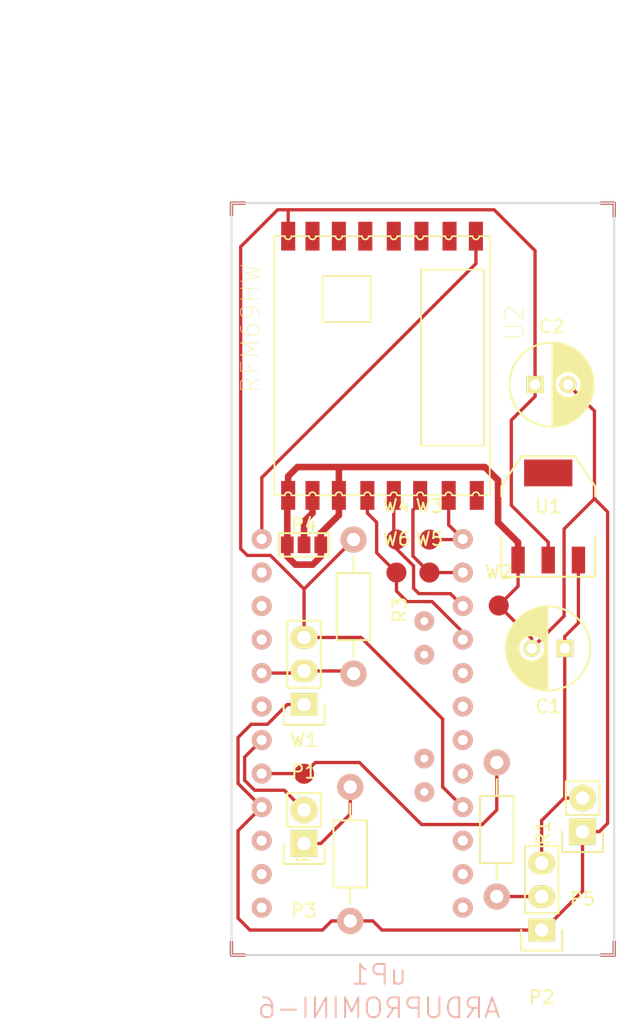
<source format=kicad_pcb>
(kicad_pcb (version 4) (host pcbnew 4.0.2-stable)

  (general
    (links 37)
    (no_connects 0)
    (area 99.924999 94.924999 129.075001 152.075001)
    (thickness 1.6)
    (drawings 6)
    (tracks 163)
    (zones 0)
    (modules 19)
    (nets 15)
  )

  (page A4)
  (layers
    (0 F.Cu signal)
    (31 B.Cu signal)
    (32 B.Adhes user)
    (33 F.Adhes user)
    (34 B.Paste user)
    (35 F.Paste user)
    (36 B.SilkS user)
    (37 F.SilkS user)
    (38 B.Mask user)
    (39 F.Mask user)
    (40 Dwgs.User user)
    (41 Cmts.User user)
    (42 Eco1.User user)
    (43 Eco2.User user)
    (44 Edge.Cuts user)
    (45 Margin user)
    (46 B.CrtYd user)
    (47 F.CrtYd user)
    (48 B.Fab user)
    (49 F.Fab user)
  )

  (setup
    (last_trace_width 0.25)
    (trace_clearance 0.2)
    (zone_clearance 0.508)
    (zone_45_only no)
    (trace_min 0.2)
    (segment_width 0.2)
    (edge_width 0.15)
    (via_size 0.6)
    (via_drill 0.4)
    (via_min_size 0.4)
    (via_min_drill 0.3)
    (uvia_size 0.3)
    (uvia_drill 0.1)
    (uvias_allowed no)
    (uvia_min_size 0.2)
    (uvia_min_drill 0.1)
    (pcb_text_width 0.3)
    (pcb_text_size 1.5 1.5)
    (mod_edge_width 0.15)
    (mod_text_size 1 1)
    (mod_text_width 0.15)
    (pad_size 1.524 1.524)
    (pad_drill 0.762)
    (pad_to_mask_clearance 0.2)
    (aux_axis_origin 0 0)
    (visible_elements FFFFFF7F)
    (pcbplotparams
      (layerselection 0x00030_80000001)
      (usegerberextensions false)
      (excludeedgelayer true)
      (linewidth 1.000000)
      (plotframeref false)
      (viasonmask false)
      (mode 1)
      (useauxorigin false)
      (hpglpennumber 1)
      (hpglpenspeed 20)
      (hpglpendiameter 15)
      (hpglpenoverlay 2)
      (psnegative false)
      (psa4output false)
      (plotreference true)
      (plotvalue true)
      (plotinvisibletext false)
      (padsonsilk false)
      (subtractmaskfromsilk false)
      (outputformat 1)
      (mirror false)
      (drillshape 1)
      (scaleselection 1)
      (outputdirectory ""))
  )

  (net 0 "")
  (net 1 GND)
  (net 2 +5V)
  (net 3 "Net-(C2-Pad1)")
  (net 4 "Net-(P1-Pad2)")
  (net 5 "Net-(P2-Pad2)")
  (net 6 "Net-(P3-Pad1)")
  (net 7 "Net-(P3-Pad2)")
  (net 8 "Net-(P4-Pad2)")
  (net 9 "Net-(R1-Pad1)")
  (net 10 "Net-(U2-PadRESE)")
  (net 11 "Net-(U2-PadSCK)")
  (net 12 "Net-(U2-PadMISO)")
  (net 13 "Net-(U2-PadMOSI)")
  (net 14 "Net-(U2-PadNSS)")

  (net_class Default "This is the default net class."
    (clearance 0.2)
    (trace_width 0.25)
    (via_dia 0.6)
    (via_drill 0.4)
    (uvia_dia 0.3)
    (uvia_drill 0.1)
    (add_net +5V)
    (add_net GND)
    (add_net "Net-(C2-Pad1)")
    (add_net "Net-(P1-Pad2)")
    (add_net "Net-(P2-Pad2)")
    (add_net "Net-(P3-Pad1)")
    (add_net "Net-(P3-Pad2)")
    (add_net "Net-(P4-Pad2)")
    (add_net "Net-(R1-Pad1)")
    (add_net "Net-(U2-PadMISO)")
    (add_net "Net-(U2-PadMOSI)")
    (add_net "Net-(U2-PadNSS)")
    (add_net "Net-(U2-PadRESE)")
    (add_net "Net-(U2-PadSCK)")
  )

  (net_class RF ""
    (clearance 0.2)
    (trace_width 0.5)
    (via_dia 0.6)
    (via_drill 0.4)
    (uvia_dia 0.3)
    (uvia_drill 0.1)
  )

  (module Resistors_ThroughHole:Resistor_Horizontal_RM10mm (layer F.Cu) (tedit 56648415) (tstamp 575FD00D)
    (at 61.1 90.2 270)
    (descr "Resistor, Axial,  RM 10mm, 1/3W")
    (tags "Resistor Axial RM 10mm 1/3W")
    (path /575FC5F1)
    (fp_text reference R1 (at 5.32892 -3.50012 270) (layer F.SilkS)
      (effects (font (size 1 1) (thickness 0.15)))
    )
    (fp_text value 470 (at 5.08 3.81 270) (layer F.Fab)
      (effects (font (size 1 1) (thickness 0.15)))
    )
    (fp_line (start -1.25 -1.5) (end 11.4 -1.5) (layer F.CrtYd) (width 0.05))
    (fp_line (start -1.25 1.5) (end -1.25 -1.5) (layer F.CrtYd) (width 0.05))
    (fp_line (start 11.4 -1.5) (end 11.4 1.5) (layer F.CrtYd) (width 0.05))
    (fp_line (start -1.25 1.5) (end 11.4 1.5) (layer F.CrtYd) (width 0.05))
    (fp_line (start 2.54 -1.27) (end 7.62 -1.27) (layer F.SilkS) (width 0.15))
    (fp_line (start 7.62 -1.27) (end 7.62 1.27) (layer F.SilkS) (width 0.15))
    (fp_line (start 7.62 1.27) (end 2.54 1.27) (layer F.SilkS) (width 0.15))
    (fp_line (start 2.54 1.27) (end 2.54 -1.27) (layer F.SilkS) (width 0.15))
    (fp_line (start 2.54 0) (end 1.27 0) (layer F.SilkS) (width 0.15))
    (fp_line (start 7.62 0) (end 8.89 0) (layer F.SilkS) (width 0.15))
    (pad 1 thru_hole circle (at 0 0 270) (size 1.99898 1.99898) (drill 1.00076) (layers *.Cu *.SilkS *.Mask)
      (net 9 "Net-(R1-Pad1)"))
    (pad 2 thru_hole circle (at 10.16 0 270) (size 1.99898 1.99898) (drill 1.00076) (layers *.Cu *.SilkS *.Mask)
      (net 5 "Net-(P2-Pad2)"))
    (model Resistors_ThroughHole.3dshapes/Resistor_Horizontal_RM10mm.wrl
      (at (xyz 0 0 0))
      (scale (xyz 0.4 0.4 0.4))
      (rotate (xyz 0 0 0))
    )
  )

  (module ArduProMiniTKB:ArduProMini-6 (layer B.Cu) (tedit 54CFF598) (tstamp 575FD055)
    (at 40.75 107.55)
    (path /575F2622)
    (fp_text reference uP1 (at 11.43 -1.27) (layer B.SilkS)
      (effects (font (size 1.5 1.5) (thickness 0.15)) (justify mirror))
    )
    (fp_text value ARDUPROMINI-6 (at 11.43 1.27) (layer B.SilkS)
      (effects (font (size 1.5 1.5) (thickness 0.15)) (justify mirror))
    )
    (pad 7 thru_hole circle (at 2.54 -6.35) (size 1.524 1.524) (drill 0.762) (layers *.Cu *.Mask B.SilkS))
    (pad 8 thru_hole circle (at 2.54 -8.89) (size 1.524 1.524) (drill 0.762) (layers *.Cu *.Mask B.SilkS))
    (pad 9 thru_hole circle (at 2.54 -11.43) (size 1.524 1.524) (drill 0.762) (layers *.Cu *.Mask B.SilkS))
    (pad 10 thru_hole circle (at 2.54 -13.97) (size 1.524 1.524) (drill 0.762) (layers *.Cu *.Mask B.SilkS)
      (net 1 GND))
    (pad 11 thru_hole circle (at 2.54 -16.51) (size 1.524 1.524) (drill 0.762) (layers *.Cu *.Mask B.SilkS)
      (net 9 "Net-(R1-Pad1)"))
    (pad 12 thru_hole circle (at 2.54 -19.05) (size 1.524 1.524) (drill 0.762) (layers *.Cu *.Mask B.SilkS)
      (net 7 "Net-(P3-Pad2)"))
    (pad 13 thru_hole circle (at 2.54 -21.59) (size 1.524 1.524) (drill 0.762) (layers *.Cu *.Mask B.SilkS))
    (pad 14 thru_hole circle (at 2.54 -24.13) (size 1.524 1.524) (drill 0.762) (layers *.Cu *.Mask B.SilkS)
      (net 4 "Net-(P1-Pad2)"))
    (pad 15 thru_hole circle (at 2.54 -26.67) (size 1.524 1.524) (drill 0.762) (layers *.Cu *.Mask B.SilkS))
    (pad 16 thru_hole circle (at 2.54 -29.21) (size 1.524 1.524) (drill 0.762) (layers *.Cu *.Mask B.SilkS))
    (pad 17 thru_hole circle (at 2.54 -31.75) (size 1.524 1.524) (drill 0.762) (layers *.Cu *.Mask B.SilkS))
    (pad 18 thru_hole circle (at 2.54 -34.29) (size 1.524 1.524) (drill 0.762) (layers *.Cu *.Mask B.SilkS)
      (net 10 "Net-(U2-PadRESE)"))
    (pad 19 thru_hole circle (at 17.78 -6.35) (size 1.524 1.524) (drill 0.762) (layers *.Cu *.Mask B.SilkS))
    (pad 20 thru_hole circle (at 17.78 -8.89) (size 1.524 1.524) (drill 0.762) (layers *.Cu *.Mask B.SilkS))
    (pad 21 thru_hole circle (at 17.78 -11.43) (size 1.524 1.524) (drill 0.762) (layers *.Cu *.Mask B.SilkS))
    (pad 22 thru_hole circle (at 17.78 -13.97) (size 1.524 1.524) (drill 0.762) (layers *.Cu *.Mask B.SilkS)
      (net 3 "Net-(C2-Pad1)"))
    (pad 23 thru_hole circle (at 17.78 -16.51) (size 1.524 1.524) (drill 0.762) (layers *.Cu *.Mask B.SilkS))
    (pad 24 thru_hole circle (at 17.78 -19.05) (size 1.524 1.524) (drill 0.762) (layers *.Cu *.Mask B.SilkS))
    (pad 25 thru_hole circle (at 17.78 -21.59) (size 1.524 1.524) (drill 0.762) (layers *.Cu *.Mask B.SilkS))
    (pad 26 thru_hole circle (at 17.78 -24.13) (size 1.524 1.524) (drill 0.762) (layers *.Cu *.Mask B.SilkS))
    (pad 27 thru_hole circle (at 17.78 -26.67) (size 1.524 1.524) (drill 0.762) (layers *.Cu *.Mask B.SilkS)
      (net 11 "Net-(U2-PadSCK)"))
    (pad 28 thru_hole circle (at 17.78 -29.21) (size 1.524 1.524) (drill 0.762) (layers *.Cu *.Mask B.SilkS)
      (net 12 "Net-(U2-PadMISO)"))
    (pad 29 thru_hole circle (at 17.78 -31.75) (size 1.524 1.524) (drill 0.762) (layers *.Cu *.Mask B.SilkS)
      (net 13 "Net-(U2-PadMOSI)"))
    (pad 30 thru_hole circle (at 17.78 -34.29) (size 1.524 1.524) (drill 0.762) (layers *.Cu *.Mask B.SilkS)
      (net 14 "Net-(U2-PadNSS)"))
    (pad 31 thru_hole circle (at 14.859 -15.113) (size 1.5 1.5) (drill 0.6) (layers *.Cu *.Mask B.SilkS))
    (pad 32 thru_hole circle (at 14.859 -17.653) (size 1.5 1.5) (drill 0.6) (layers *.Cu *.Mask B.SilkS))
    (pad 34 thru_hole circle (at 14.859 -25.527) (size 1.5 1.5) (drill 0.6) (layers *.Cu *.Mask B.SilkS))
    (pad 35 thru_hole circle (at 14.859 -28.067) (size 1.5 1.5) (drill 0.6) (layers *.Cu *.Mask B.SilkS))
  )

  (module Pin_Headers:Pin_Header_Straight_1x03 (layer F.Cu) (tedit 0) (tstamp 575FCFF5)
    (at 64.5 102.9 180)
    (descr "Through hole pin header")
    (tags "pin header")
    (path /575FC5BE)
    (fp_text reference P2 (at 0 -5.1 180) (layer F.SilkS)
      (effects (font (size 1 1) (thickness 0.15)))
    )
    (fp_text value CONN_PIR (at 0 -3.1 180) (layer F.Fab)
      (effects (font (size 1 1) (thickness 0.15)))
    )
    (fp_line (start -1.75 -1.75) (end -1.75 6.85) (layer F.CrtYd) (width 0.05))
    (fp_line (start 1.75 -1.75) (end 1.75 6.85) (layer F.CrtYd) (width 0.05))
    (fp_line (start -1.75 -1.75) (end 1.75 -1.75) (layer F.CrtYd) (width 0.05))
    (fp_line (start -1.75 6.85) (end 1.75 6.85) (layer F.CrtYd) (width 0.05))
    (fp_line (start -1.27 1.27) (end -1.27 6.35) (layer F.SilkS) (width 0.15))
    (fp_line (start -1.27 6.35) (end 1.27 6.35) (layer F.SilkS) (width 0.15))
    (fp_line (start 1.27 6.35) (end 1.27 1.27) (layer F.SilkS) (width 0.15))
    (fp_line (start 1.55 -1.55) (end 1.55 0) (layer F.SilkS) (width 0.15))
    (fp_line (start 1.27 1.27) (end -1.27 1.27) (layer F.SilkS) (width 0.15))
    (fp_line (start -1.55 0) (end -1.55 -1.55) (layer F.SilkS) (width 0.15))
    (fp_line (start -1.55 -1.55) (end 1.55 -1.55) (layer F.SilkS) (width 0.15))
    (pad 1 thru_hole rect (at 0 0 180) (size 2.032 1.7272) (drill 1.016) (layers *.Cu *.Mask F.SilkS)
      (net 1 GND))
    (pad 2 thru_hole oval (at 0 2.54 180) (size 2.032 1.7272) (drill 1.016) (layers *.Cu *.Mask F.SilkS)
      (net 5 "Net-(P2-Pad2)"))
    (pad 3 thru_hole oval (at 0 5.08 180) (size 2.032 1.7272) (drill 1.016) (layers *.Cu *.Mask F.SilkS)
      (net 2 +5V))
    (model Pin_Headers.3dshapes/Pin_Header_Straight_1x03.wrl
      (at (xyz 0 -0.1 0))
      (scale (xyz 1 1 1))
      (rotate (xyz 0 0 90))
    )
  )

  (module Capacitors_ThroughHole:C_Radial_D6.3_L11.2_P2.5 (layer F.Cu) (tedit 0) (tstamp 575FCFE1)
    (at 66.25 81.55 180)
    (descr "Radial Electrolytic Capacitor, Diameter 6.3mm x Length 11.2mm, Pitch 2.5mm")
    (tags "Electrolytic Capacitor")
    (path /575FBCE7)
    (fp_text reference C1 (at 1.25 -4.4 180) (layer F.SilkS)
      (effects (font (size 1 1) (thickness 0.15)))
    )
    (fp_text value 10uF (at 1.25 4.4 180) (layer F.Fab)
      (effects (font (size 1 1) (thickness 0.15)))
    )
    (fp_line (start 1.325 -3.149) (end 1.325 3.149) (layer F.SilkS) (width 0.15))
    (fp_line (start 1.465 -3.143) (end 1.465 3.143) (layer F.SilkS) (width 0.15))
    (fp_line (start 1.605 -3.13) (end 1.605 -0.446) (layer F.SilkS) (width 0.15))
    (fp_line (start 1.605 0.446) (end 1.605 3.13) (layer F.SilkS) (width 0.15))
    (fp_line (start 1.745 -3.111) (end 1.745 -0.656) (layer F.SilkS) (width 0.15))
    (fp_line (start 1.745 0.656) (end 1.745 3.111) (layer F.SilkS) (width 0.15))
    (fp_line (start 1.885 -3.085) (end 1.885 -0.789) (layer F.SilkS) (width 0.15))
    (fp_line (start 1.885 0.789) (end 1.885 3.085) (layer F.SilkS) (width 0.15))
    (fp_line (start 2.025 -3.053) (end 2.025 -0.88) (layer F.SilkS) (width 0.15))
    (fp_line (start 2.025 0.88) (end 2.025 3.053) (layer F.SilkS) (width 0.15))
    (fp_line (start 2.165 -3.014) (end 2.165 -0.942) (layer F.SilkS) (width 0.15))
    (fp_line (start 2.165 0.942) (end 2.165 3.014) (layer F.SilkS) (width 0.15))
    (fp_line (start 2.305 -2.968) (end 2.305 -0.981) (layer F.SilkS) (width 0.15))
    (fp_line (start 2.305 0.981) (end 2.305 2.968) (layer F.SilkS) (width 0.15))
    (fp_line (start 2.445 -2.915) (end 2.445 -0.998) (layer F.SilkS) (width 0.15))
    (fp_line (start 2.445 0.998) (end 2.445 2.915) (layer F.SilkS) (width 0.15))
    (fp_line (start 2.585 -2.853) (end 2.585 -0.996) (layer F.SilkS) (width 0.15))
    (fp_line (start 2.585 0.996) (end 2.585 2.853) (layer F.SilkS) (width 0.15))
    (fp_line (start 2.725 -2.783) (end 2.725 -0.974) (layer F.SilkS) (width 0.15))
    (fp_line (start 2.725 0.974) (end 2.725 2.783) (layer F.SilkS) (width 0.15))
    (fp_line (start 2.865 -2.704) (end 2.865 -0.931) (layer F.SilkS) (width 0.15))
    (fp_line (start 2.865 0.931) (end 2.865 2.704) (layer F.SilkS) (width 0.15))
    (fp_line (start 3.005 -2.616) (end 3.005 -0.863) (layer F.SilkS) (width 0.15))
    (fp_line (start 3.005 0.863) (end 3.005 2.616) (layer F.SilkS) (width 0.15))
    (fp_line (start 3.145 -2.516) (end 3.145 -0.764) (layer F.SilkS) (width 0.15))
    (fp_line (start 3.145 0.764) (end 3.145 2.516) (layer F.SilkS) (width 0.15))
    (fp_line (start 3.285 -2.404) (end 3.285 -0.619) (layer F.SilkS) (width 0.15))
    (fp_line (start 3.285 0.619) (end 3.285 2.404) (layer F.SilkS) (width 0.15))
    (fp_line (start 3.425 -2.279) (end 3.425 -0.38) (layer F.SilkS) (width 0.15))
    (fp_line (start 3.425 0.38) (end 3.425 2.279) (layer F.SilkS) (width 0.15))
    (fp_line (start 3.565 -2.136) (end 3.565 2.136) (layer F.SilkS) (width 0.15))
    (fp_line (start 3.705 -1.974) (end 3.705 1.974) (layer F.SilkS) (width 0.15))
    (fp_line (start 3.845 -1.786) (end 3.845 1.786) (layer F.SilkS) (width 0.15))
    (fp_line (start 3.985 -1.563) (end 3.985 1.563) (layer F.SilkS) (width 0.15))
    (fp_line (start 4.125 -1.287) (end 4.125 1.287) (layer F.SilkS) (width 0.15))
    (fp_line (start 4.265 -0.912) (end 4.265 0.912) (layer F.SilkS) (width 0.15))
    (fp_circle (center 2.5 0) (end 2.5 -1) (layer F.SilkS) (width 0.15))
    (fp_circle (center 1.25 0) (end 1.25 -3.1875) (layer F.SilkS) (width 0.15))
    (fp_circle (center 1.25 0) (end 1.25 -3.4) (layer F.CrtYd) (width 0.05))
    (pad 2 thru_hole circle (at 2.5 0 180) (size 1.3 1.3) (drill 0.8) (layers *.Cu *.Mask F.SilkS)
      (net 1 GND))
    (pad 1 thru_hole rect (at 0 0 180) (size 1.3 1.3) (drill 0.8) (layers *.Cu *.Mask F.SilkS)
      (net 2 +5V))
    (model Capacitors_ThroughHole.3dshapes/C_Radial_D6.3_L11.2_P2.5.wrl
      (at (xyz 0 0 0))
      (scale (xyz 1 1 1))
      (rotate (xyz 0 0 0))
    )
  )

  (module Capacitors_ThroughHole:C_Radial_D6.3_L11.2_P2.5 (layer F.Cu) (tedit 0) (tstamp 575FCFE7)
    (at 64 61.55)
    (descr "Radial Electrolytic Capacitor, Diameter 6.3mm x Length 11.2mm, Pitch 2.5mm")
    (tags "Electrolytic Capacitor")
    (path /575FBD81)
    (fp_text reference C2 (at 1.25 -4.4) (layer F.SilkS)
      (effects (font (size 1 1) (thickness 0.15)))
    )
    (fp_text value 100uF (at 1.25 4.4) (layer F.Fab)
      (effects (font (size 1 1) (thickness 0.15)))
    )
    (fp_line (start 1.325 -3.149) (end 1.325 3.149) (layer F.SilkS) (width 0.15))
    (fp_line (start 1.465 -3.143) (end 1.465 3.143) (layer F.SilkS) (width 0.15))
    (fp_line (start 1.605 -3.13) (end 1.605 -0.446) (layer F.SilkS) (width 0.15))
    (fp_line (start 1.605 0.446) (end 1.605 3.13) (layer F.SilkS) (width 0.15))
    (fp_line (start 1.745 -3.111) (end 1.745 -0.656) (layer F.SilkS) (width 0.15))
    (fp_line (start 1.745 0.656) (end 1.745 3.111) (layer F.SilkS) (width 0.15))
    (fp_line (start 1.885 -3.085) (end 1.885 -0.789) (layer F.SilkS) (width 0.15))
    (fp_line (start 1.885 0.789) (end 1.885 3.085) (layer F.SilkS) (width 0.15))
    (fp_line (start 2.025 -3.053) (end 2.025 -0.88) (layer F.SilkS) (width 0.15))
    (fp_line (start 2.025 0.88) (end 2.025 3.053) (layer F.SilkS) (width 0.15))
    (fp_line (start 2.165 -3.014) (end 2.165 -0.942) (layer F.SilkS) (width 0.15))
    (fp_line (start 2.165 0.942) (end 2.165 3.014) (layer F.SilkS) (width 0.15))
    (fp_line (start 2.305 -2.968) (end 2.305 -0.981) (layer F.SilkS) (width 0.15))
    (fp_line (start 2.305 0.981) (end 2.305 2.968) (layer F.SilkS) (width 0.15))
    (fp_line (start 2.445 -2.915) (end 2.445 -0.998) (layer F.SilkS) (width 0.15))
    (fp_line (start 2.445 0.998) (end 2.445 2.915) (layer F.SilkS) (width 0.15))
    (fp_line (start 2.585 -2.853) (end 2.585 -0.996) (layer F.SilkS) (width 0.15))
    (fp_line (start 2.585 0.996) (end 2.585 2.853) (layer F.SilkS) (width 0.15))
    (fp_line (start 2.725 -2.783) (end 2.725 -0.974) (layer F.SilkS) (width 0.15))
    (fp_line (start 2.725 0.974) (end 2.725 2.783) (layer F.SilkS) (width 0.15))
    (fp_line (start 2.865 -2.704) (end 2.865 -0.931) (layer F.SilkS) (width 0.15))
    (fp_line (start 2.865 0.931) (end 2.865 2.704) (layer F.SilkS) (width 0.15))
    (fp_line (start 3.005 -2.616) (end 3.005 -0.863) (layer F.SilkS) (width 0.15))
    (fp_line (start 3.005 0.863) (end 3.005 2.616) (layer F.SilkS) (width 0.15))
    (fp_line (start 3.145 -2.516) (end 3.145 -0.764) (layer F.SilkS) (width 0.15))
    (fp_line (start 3.145 0.764) (end 3.145 2.516) (layer F.SilkS) (width 0.15))
    (fp_line (start 3.285 -2.404) (end 3.285 -0.619) (layer F.SilkS) (width 0.15))
    (fp_line (start 3.285 0.619) (end 3.285 2.404) (layer F.SilkS) (width 0.15))
    (fp_line (start 3.425 -2.279) (end 3.425 -0.38) (layer F.SilkS) (width 0.15))
    (fp_line (start 3.425 0.38) (end 3.425 2.279) (layer F.SilkS) (width 0.15))
    (fp_line (start 3.565 -2.136) (end 3.565 2.136) (layer F.SilkS) (width 0.15))
    (fp_line (start 3.705 -1.974) (end 3.705 1.974) (layer F.SilkS) (width 0.15))
    (fp_line (start 3.845 -1.786) (end 3.845 1.786) (layer F.SilkS) (width 0.15))
    (fp_line (start 3.985 -1.563) (end 3.985 1.563) (layer F.SilkS) (width 0.15))
    (fp_line (start 4.125 -1.287) (end 4.125 1.287) (layer F.SilkS) (width 0.15))
    (fp_line (start 4.265 -0.912) (end 4.265 0.912) (layer F.SilkS) (width 0.15))
    (fp_circle (center 2.5 0) (end 2.5 -1) (layer F.SilkS) (width 0.15))
    (fp_circle (center 1.25 0) (end 1.25 -3.1875) (layer F.SilkS) (width 0.15))
    (fp_circle (center 1.25 0) (end 1.25 -3.4) (layer F.CrtYd) (width 0.05))
    (pad 2 thru_hole circle (at 2.5 0) (size 1.3 1.3) (drill 0.8) (layers *.Cu *.Mask F.SilkS)
      (net 1 GND))
    (pad 1 thru_hole rect (at 0 0) (size 1.3 1.3) (drill 0.8) (layers *.Cu *.Mask F.SilkS)
      (net 3 "Net-(C2-Pad1)"))
    (model Capacitors_ThroughHole.3dshapes/C_Radial_D6.3_L11.2_P2.5.wrl
      (at (xyz 0 0 0))
      (scale (xyz 1 1 1))
      (rotate (xyz 0 0 0))
    )
  )

  (module Pin_Headers:Pin_Header_Straight_1x03 (layer F.Cu) (tedit 0) (tstamp 575FCFEE)
    (at 46.5 85.8 180)
    (descr "Through hole pin header")
    (tags "pin header")
    (path /575FBFBE)
    (fp_text reference P1 (at 0 -5.1 180) (layer F.SilkS)
      (effects (font (size 1 1) (thickness 0.15)))
    )
    (fp_text value CONN_1WIRE (at 0 -3.1 180) (layer F.Fab)
      (effects (font (size 1 1) (thickness 0.15)))
    )
    (fp_line (start -1.75 -1.75) (end -1.75 6.85) (layer F.CrtYd) (width 0.05))
    (fp_line (start 1.75 -1.75) (end 1.75 6.85) (layer F.CrtYd) (width 0.05))
    (fp_line (start -1.75 -1.75) (end 1.75 -1.75) (layer F.CrtYd) (width 0.05))
    (fp_line (start -1.75 6.85) (end 1.75 6.85) (layer F.CrtYd) (width 0.05))
    (fp_line (start -1.27 1.27) (end -1.27 6.35) (layer F.SilkS) (width 0.15))
    (fp_line (start -1.27 6.35) (end 1.27 6.35) (layer F.SilkS) (width 0.15))
    (fp_line (start 1.27 6.35) (end 1.27 1.27) (layer F.SilkS) (width 0.15))
    (fp_line (start 1.55 -1.55) (end 1.55 0) (layer F.SilkS) (width 0.15))
    (fp_line (start 1.27 1.27) (end -1.27 1.27) (layer F.SilkS) (width 0.15))
    (fp_line (start -1.55 0) (end -1.55 -1.55) (layer F.SilkS) (width 0.15))
    (fp_line (start -1.55 -1.55) (end 1.55 -1.55) (layer F.SilkS) (width 0.15))
    (pad 1 thru_hole rect (at 0 0 180) (size 2.032 1.7272) (drill 1.016) (layers *.Cu *.Mask F.SilkS)
      (net 1 GND))
    (pad 2 thru_hole oval (at 0 2.54 180) (size 2.032 1.7272) (drill 1.016) (layers *.Cu *.Mask F.SilkS)
      (net 4 "Net-(P1-Pad2)"))
    (pad 3 thru_hole oval (at 0 5.08 180) (size 2.032 1.7272) (drill 1.016) (layers *.Cu *.Mask F.SilkS)
      (net 3 "Net-(C2-Pad1)"))
    (model Pin_Headers.3dshapes/Pin_Header_Straight_1x03.wrl
      (at (xyz 0 -0.1 0))
      (scale (xyz 1 1 1))
      (rotate (xyz 0 0 90))
    )
  )

  (module Pin_Headers:Pin_Header_Straight_1x02 (layer F.Cu) (tedit 54EA090C) (tstamp 575FCFFB)
    (at 46.5 96.34 180)
    (descr "Through hole pin header")
    (tags "pin header")
    (path /575FC228)
    (fp_text reference P3 (at 0 -5.1 180) (layer F.SilkS)
      (effects (font (size 1 1) (thickness 0.15)))
    )
    (fp_text value CONN_METER (at 0 -3.1 180) (layer F.Fab)
      (effects (font (size 1 1) (thickness 0.15)))
    )
    (fp_line (start 1.27 1.27) (end 1.27 3.81) (layer F.SilkS) (width 0.15))
    (fp_line (start 1.55 -1.55) (end 1.55 0) (layer F.SilkS) (width 0.15))
    (fp_line (start -1.75 -1.75) (end -1.75 4.3) (layer F.CrtYd) (width 0.05))
    (fp_line (start 1.75 -1.75) (end 1.75 4.3) (layer F.CrtYd) (width 0.05))
    (fp_line (start -1.75 -1.75) (end 1.75 -1.75) (layer F.CrtYd) (width 0.05))
    (fp_line (start -1.75 4.3) (end 1.75 4.3) (layer F.CrtYd) (width 0.05))
    (fp_line (start 1.27 1.27) (end -1.27 1.27) (layer F.SilkS) (width 0.15))
    (fp_line (start -1.55 0) (end -1.55 -1.55) (layer F.SilkS) (width 0.15))
    (fp_line (start -1.55 -1.55) (end 1.55 -1.55) (layer F.SilkS) (width 0.15))
    (fp_line (start -1.27 1.27) (end -1.27 3.81) (layer F.SilkS) (width 0.15))
    (fp_line (start -1.27 3.81) (end 1.27 3.81) (layer F.SilkS) (width 0.15))
    (pad 1 thru_hole rect (at 0 0 180) (size 2.032 2.032) (drill 1.016) (layers *.Cu *.Mask F.SilkS)
      (net 6 "Net-(P3-Pad1)"))
    (pad 2 thru_hole oval (at 0 2.54 180) (size 2.032 2.032) (drill 1.016) (layers *.Cu *.Mask F.SilkS)
      (net 7 "Net-(P3-Pad2)"))
    (model Pin_Headers.3dshapes/Pin_Header_Straight_1x02.wrl
      (at (xyz 0 -0.05 0))
      (scale (xyz 1 1 1))
      (rotate (xyz 0 0 90))
    )
  )

  (module Pin_Headers:Pin_Header_Straight_1x02 (layer F.Cu) (tedit 54EA090C) (tstamp 575FD007)
    (at 67.6 95.44 180)
    (descr "Through hole pin header")
    (tags "pin header")
    (path /575FD2E0)
    (fp_text reference P5 (at 0 -5.1 180) (layer F.SilkS)
      (effects (font (size 1 1) (thickness 0.15)))
    )
    (fp_text value CONN_PWR (at 0 -3.1 180) (layer F.Fab)
      (effects (font (size 1 1) (thickness 0.15)))
    )
    (fp_line (start 1.27 1.27) (end 1.27 3.81) (layer F.SilkS) (width 0.15))
    (fp_line (start 1.55 -1.55) (end 1.55 0) (layer F.SilkS) (width 0.15))
    (fp_line (start -1.75 -1.75) (end -1.75 4.3) (layer F.CrtYd) (width 0.05))
    (fp_line (start 1.75 -1.75) (end 1.75 4.3) (layer F.CrtYd) (width 0.05))
    (fp_line (start -1.75 -1.75) (end 1.75 -1.75) (layer F.CrtYd) (width 0.05))
    (fp_line (start -1.75 4.3) (end 1.75 4.3) (layer F.CrtYd) (width 0.05))
    (fp_line (start 1.27 1.27) (end -1.27 1.27) (layer F.SilkS) (width 0.15))
    (fp_line (start -1.55 0) (end -1.55 -1.55) (layer F.SilkS) (width 0.15))
    (fp_line (start -1.55 -1.55) (end 1.55 -1.55) (layer F.SilkS) (width 0.15))
    (fp_line (start -1.27 1.27) (end -1.27 3.81) (layer F.SilkS) (width 0.15))
    (fp_line (start -1.27 3.81) (end 1.27 3.81) (layer F.SilkS) (width 0.15))
    (pad 1 thru_hole rect (at 0 0 180) (size 2.032 2.032) (drill 1.016) (layers *.Cu *.Mask F.SilkS)
      (net 1 GND))
    (pad 2 thru_hole oval (at 0 2.54 180) (size 2.032 2.032) (drill 1.016) (layers *.Cu *.Mask F.SilkS)
      (net 2 +5V))
    (model Pin_Headers.3dshapes/Pin_Header_Straight_1x02.wrl
      (at (xyz 0 -0.05 0))
      (scale (xyz 1 1 1))
      (rotate (xyz 0 0 90))
    )
  )

  (module Resistors_ThroughHole:Resistor_Horizontal_RM10mm (layer F.Cu) (tedit 56648415) (tstamp 575FD013)
    (at 50 102.21 90)
    (descr "Resistor, Axial,  RM 10mm, 1/3W")
    (tags "Resistor Axial RM 10mm 1/3W")
    (path /575FC3E8)
    (fp_text reference R2 (at 5.32892 -3.50012 90) (layer F.SilkS)
      (effects (font (size 1 1) (thickness 0.15)))
    )
    (fp_text value 470 (at 5.08 3.81 90) (layer F.Fab)
      (effects (font (size 1 1) (thickness 0.15)))
    )
    (fp_line (start -1.25 -1.5) (end 11.4 -1.5) (layer F.CrtYd) (width 0.05))
    (fp_line (start -1.25 1.5) (end -1.25 -1.5) (layer F.CrtYd) (width 0.05))
    (fp_line (start 11.4 -1.5) (end 11.4 1.5) (layer F.CrtYd) (width 0.05))
    (fp_line (start -1.25 1.5) (end 11.4 1.5) (layer F.CrtYd) (width 0.05))
    (fp_line (start 2.54 -1.27) (end 7.62 -1.27) (layer F.SilkS) (width 0.15))
    (fp_line (start 7.62 -1.27) (end 7.62 1.27) (layer F.SilkS) (width 0.15))
    (fp_line (start 7.62 1.27) (end 2.54 1.27) (layer F.SilkS) (width 0.15))
    (fp_line (start 2.54 1.27) (end 2.54 -1.27) (layer F.SilkS) (width 0.15))
    (fp_line (start 2.54 0) (end 1.27 0) (layer F.SilkS) (width 0.15))
    (fp_line (start 7.62 0) (end 8.89 0) (layer F.SilkS) (width 0.15))
    (pad 1 thru_hole circle (at 0 0 90) (size 1.99898 1.99898) (drill 1.00076) (layers *.Cu *.SilkS *.Mask)
      (net 1 GND))
    (pad 2 thru_hole circle (at 10.16 0 90) (size 1.99898 1.99898) (drill 1.00076) (layers *.Cu *.SilkS *.Mask)
      (net 6 "Net-(P3-Pad1)"))
    (model Resistors_ThroughHole.3dshapes/Resistor_Horizontal_RM10mm.wrl
      (at (xyz 0 0 0))
      (scale (xyz 0.4 0.4 0.4))
      (rotate (xyz 0 0 0))
    )
  )

  (module Resistors_ThroughHole:Resistor_Horizontal_RM10mm (layer F.Cu) (tedit 56648415) (tstamp 575FD019)
    (at 50.25 73.3 270)
    (descr "Resistor, Axial,  RM 10mm, 1/3W")
    (tags "Resistor Axial RM 10mm 1/3W")
    (path /575FC07B)
    (fp_text reference R3 (at 5.32892 -3.50012 270) (layer F.SilkS)
      (effects (font (size 1 1) (thickness 0.15)))
    )
    (fp_text value 2.2k (at 5.08 3.81 270) (layer F.Fab)
      (effects (font (size 1 1) (thickness 0.15)))
    )
    (fp_line (start -1.25 -1.5) (end 11.4 -1.5) (layer F.CrtYd) (width 0.05))
    (fp_line (start -1.25 1.5) (end -1.25 -1.5) (layer F.CrtYd) (width 0.05))
    (fp_line (start 11.4 -1.5) (end 11.4 1.5) (layer F.CrtYd) (width 0.05))
    (fp_line (start -1.25 1.5) (end 11.4 1.5) (layer F.CrtYd) (width 0.05))
    (fp_line (start 2.54 -1.27) (end 7.62 -1.27) (layer F.SilkS) (width 0.15))
    (fp_line (start 7.62 -1.27) (end 7.62 1.27) (layer F.SilkS) (width 0.15))
    (fp_line (start 7.62 1.27) (end 2.54 1.27) (layer F.SilkS) (width 0.15))
    (fp_line (start 2.54 1.27) (end 2.54 -1.27) (layer F.SilkS) (width 0.15))
    (fp_line (start 2.54 0) (end 1.27 0) (layer F.SilkS) (width 0.15))
    (fp_line (start 7.62 0) (end 8.89 0) (layer F.SilkS) (width 0.15))
    (pad 1 thru_hole circle (at 0 0 270) (size 1.99898 1.99898) (drill 1.00076) (layers *.Cu *.SilkS *.Mask)
      (net 3 "Net-(C2-Pad1)"))
    (pad 2 thru_hole circle (at 10.16 0 270) (size 1.99898 1.99898) (drill 1.00076) (layers *.Cu *.SilkS *.Mask)
      (net 4 "Net-(P1-Pad2)"))
    (model Resistors_ThroughHole.3dshapes/Resistor_Horizontal_RM10mm.wrl
      (at (xyz 0 0 0))
      (scale (xyz 0.4 0.4 0.4))
      (rotate (xyz 0 0 0))
    )
  )

  (module TO_SOT_Packages_SMD:SOT-223 (layer F.Cu) (tedit 0) (tstamp 575FD021)
    (at 65 71.55)
    (descr "module CMS SOT223 4 pins")
    (tags "CMS SOT")
    (path /575FB9AF)
    (attr smd)
    (fp_text reference U1 (at 0 -0.762) (layer F.SilkS)
      (effects (font (size 1 1) (thickness 0.15)))
    )
    (fp_text value AP1117D33 (at 0 0.762) (layer F.Fab)
      (effects (font (size 1 1) (thickness 0.15)))
    )
    (fp_line (start -3.556 1.524) (end -3.556 4.572) (layer F.SilkS) (width 0.15))
    (fp_line (start -3.556 4.572) (end 3.556 4.572) (layer F.SilkS) (width 0.15))
    (fp_line (start 3.556 4.572) (end 3.556 1.524) (layer F.SilkS) (width 0.15))
    (fp_line (start -3.556 -1.524) (end -3.556 -2.286) (layer F.SilkS) (width 0.15))
    (fp_line (start -3.556 -2.286) (end -2.032 -4.572) (layer F.SilkS) (width 0.15))
    (fp_line (start -2.032 -4.572) (end 2.032 -4.572) (layer F.SilkS) (width 0.15))
    (fp_line (start 2.032 -4.572) (end 3.556 -2.286) (layer F.SilkS) (width 0.15))
    (fp_line (start 3.556 -2.286) (end 3.556 -1.524) (layer F.SilkS) (width 0.15))
    (pad 4 smd rect (at 0 -3.302) (size 3.6576 2.032) (layers F.Cu F.Paste F.Mask))
    (pad 2 smd rect (at 0 3.302) (size 1.016 2.032) (layers F.Cu F.Paste F.Mask)
      (net 3 "Net-(C2-Pad1)"))
    (pad 3 smd rect (at 2.286 3.302) (size 1.016 2.032) (layers F.Cu F.Paste F.Mask)
      (net 2 +5V))
    (pad 1 smd rect (at -2.286 3.302) (size 1.016 2.032) (layers F.Cu F.Paste F.Mask)
      (net 1 GND))
    (model TO_SOT_Packages_SMD.3dshapes/SOT-223.wrl
      (at (xyz 0 0 0))
      (scale (xyz 0.4 0.4 0.4))
      (rotate (xyz 0 0 0))
    )
  )

  (module RFM69HW:RFM (layer F.Cu) (tedit 0) (tstamp 575FD035)
    (at 44.25 50.3 270)
    (path /575F24C0)
    (solder_mask_margin 0.1)
    (attr smd)
    (fp_text reference U2 (at 6.57225 -18.1928 270) (layer F.SilkS)
      (effects (font (size 1.4 1.4) (thickness 0.05)))
    )
    (fp_text value RFM69HW (at 6.985 1.80975 270) (layer F.SilkS)
      (effects (font (size 1.4 1.4) (thickness 0.05)))
    )
    (fp_line (start 0 -16.3175) (end 19.6513 -16.3175) (layer F.SilkS) (width 0.127))
    (fp_line (start 0 0) (end 19.6513 0) (layer F.SilkS) (width 0.127))
    (fp_arc (start 0 -1.0475) (end 0 -0.7975) (angle -180) (layer F.SilkS) (width 0.127))
    (fp_arc (start 0 -2.88875) (end 0 -2.63875) (angle -180) (layer F.SilkS) (width 0.127))
    (fp_arc (start 0 -4.88875) (end 0 -4.63875) (angle -180) (layer F.SilkS) (width 0.127))
    (fp_arc (start 0 -6.88875) (end 0 -6.63875) (angle -180) (layer F.SilkS) (width 0.127))
    (fp_arc (start 0 -9.0475) (end 0 -8.7975) (angle -180) (layer F.SilkS) (width 0.127))
    (fp_arc (start 0 -11.0475) (end 0 -10.7975) (angle -180) (layer F.SilkS) (width 0.127))
    (fp_arc (start 0 -13.2063) (end 0 -12.9563) (angle -180) (layer F.SilkS) (width 0.127))
    (fp_line (start 0 0) (end 0 -0.7975) (layer F.SilkS) (width 0.127))
    (fp_line (start 0 -1.2975) (end 0 -2.63875) (layer F.SilkS) (width 0.127))
    (fp_line (start 0 -3.13875) (end 0 -4.63875) (layer F.SilkS) (width 0.127))
    (fp_line (start 0 -5.13875) (end 0 -6.63875) (layer F.SilkS) (width 0.127))
    (fp_line (start 0 -7.13875) (end 0 -8.7975) (layer F.SilkS) (width 0.127))
    (fp_line (start 0 -9.2975) (end 0 -10.7975) (layer F.SilkS) (width 0.127))
    (fp_line (start 0 -11.2975) (end 0 -12.9563) (layer F.SilkS) (width 0.127))
    (fp_line (start 0 -13.4563) (end 0 -15.02) (layer F.SilkS) (width 0.127))
    (fp_line (start 0 -15.52) (end 0 -16.3175) (layer F.SilkS) (width 0.127))
    (fp_arc (start 19.6513 -1.0475) (end 19.6513 -1.2975) (angle -180) (layer F.SilkS) (width 0.127))
    (fp_arc (start 19.6513 -2.88875) (end 19.6513 -3.13875) (angle -180) (layer F.SilkS) (width 0.127))
    (fp_arc (start 19.6513 -4.88875) (end 19.6513 -5.13875) (angle -180) (layer F.SilkS) (width 0.127))
    (fp_arc (start 19.6513 -7.0475) (end 19.6513 -7.2975) (angle -180) (layer F.SilkS) (width 0.127))
    (fp_arc (start 19.6513 -9.0475) (end 19.6513 -9.2975) (angle -180) (layer F.SilkS) (width 0.127))
    (fp_arc (start 19.6513 -11.0475) (end 19.6513 -11.2975) (angle -180) (layer F.SilkS) (width 0.127))
    (fp_arc (start 19.6513 -13.2063) (end 19.6513 -13.4563) (angle -180) (layer F.SilkS) (width 0.127))
    (fp_line (start 19.6513 0) (end 19.6513 -0.7975) (layer F.SilkS) (width 0.127))
    (fp_line (start 19.6513 -1.2975) (end 19.6513 -2.63875) (layer F.SilkS) (width 0.127))
    (fp_line (start 19.6513 -3.13875) (end 19.6513 -4.63875) (layer F.SilkS) (width 0.127))
    (fp_line (start 19.6513 -5.13875) (end 19.6513 -6.7975) (layer F.SilkS) (width 0.127))
    (fp_line (start 19.6513 -7.2975) (end 19.6513 -8.7975) (layer F.SilkS) (width 0.127))
    (fp_line (start 19.6513 -9.2975) (end 19.6513 -10.7975) (layer F.SilkS) (width 0.127))
    (fp_line (start 19.6513 -11.2975) (end 19.6513 -12.9563) (layer F.SilkS) (width 0.127))
    (fp_line (start 19.6513 -13.4563) (end 19.6513 -15.02) (layer F.SilkS) (width 0.127))
    (fp_line (start 19.6513 -15.52) (end 19.6513 -16.3175) (layer F.SilkS) (width 0.127))
    (fp_arc (start 0 -15.27) (end 0 -15.02) (angle -180) (layer F.SilkS) (width 0.127))
    (fp_arc (start 19.6513 -15.27) (end 19.6513 -15.52) (angle -180) (layer F.SilkS) (width 0.127))
    (fp_line (start 2.54 -15.875) (end 2.54 -11.1125) (layer F.SilkS) (width 0.127))
    (fp_line (start 2.54 -11.1125) (end 15.875 -11.1125) (layer F.SilkS) (width 0.127))
    (fp_line (start 15.875 -11.1125) (end 15.875 -15.875) (layer F.SilkS) (width 0.127))
    (fp_line (start 15.875 -15.875) (end 2.54 -15.875) (layer F.SilkS) (width 0.127))
    (fp_line (start 3.01625 -7.3025) (end 3.01625 -3.65125) (layer F.SilkS) (width 0.127))
    (fp_line (start 3.01625 -3.65125) (end 6.50875 -3.65125) (layer F.SilkS) (width 0.127))
    (fp_line (start 6.50875 -3.81) (end 6.50875 -7.3025) (layer F.SilkS) (width 0.127))
    (fp_line (start 6.50875 -7.3025) (end 3.01625 -7.3025) (layer F.SilkS) (width 0.127))
    (pad RESE smd rect (at 0 -15.27 270) (size 2.1844 1.0668) (layers F.Cu F.Paste F.Mask)
      (net 10 "Net-(U2-PadRESE)") (solder_mask_margin 0.2))
    (pad DIO0 smd rect (at 0 -13.27 270) (size 2.1844 1.0668) (layers F.Cu F.Paste F.Mask)
      (solder_mask_margin 0.2))
    (pad DIO2 smd rect (at 0 -9.0475 270) (size 2.1844 1.0668) (layers F.Cu F.Paste F.Mask)
      (solder_mask_margin 0.2))
    (pad DIO3 smd rect (at 0 -6.88875 270) (size 2.1844 1.0668) (layers F.Cu F.Paste F.Mask)
      (solder_mask_margin 0.2))
    (pad DIO4 smd rect (at 0 -4.88875 270) (size 2.1844 1.0668) (layers F.Cu F.Paste F.Mask)
      (solder_mask_margin 0.2))
    (pad DIO5 smd rect (at 0 -2.88875 270) (size 2.1844 1.0668) (layers F.Cu F.Paste F.Mask)
      (solder_mask_margin 0.2))
    (pad VCC smd rect (at 0 -1.0475 270) (size 2.1844 1.0668) (layers F.Cu F.Paste F.Mask)
      (net 3 "Net-(C2-Pad1)") (solder_mask_margin 0.2))
    (pad GNDB smd rect (at 19.6513 -1.0475 270) (size 2.1844 1.0668) (layers F.Cu F.Paste F.Mask)
      (net 1 GND) (solder_mask_margin 0.2))
    (pad ANT smd rect (at 19.6513 -2.88875 270) (size 2.1844 1.0668) (layers F.Cu F.Paste F.Mask)
      (net 8 "Net-(P4-Pad2)") (solder_mask_margin 0.2))
    (pad GNDA smd rect (at 19.6513 -4.88875 270) (size 2.1844 1.0668) (layers F.Cu F.Paste F.Mask)
      (net 1 GND) (solder_mask_margin 0.2))
    (pad SCK smd rect (at 19.6513 -7.0475 270) (size 2.1844 1.0668) (layers F.Cu F.Paste F.Mask)
      (net 11 "Net-(U2-PadSCK)") (solder_mask_margin 0.2))
    (pad MISO smd rect (at 19.6513 -9.0475 270) (size 2.1844 1.0668) (layers F.Cu F.Paste F.Mask)
      (net 12 "Net-(U2-PadMISO)") (solder_mask_margin 0.2))
    (pad MOSI smd rect (at 19.6513 -11.0475 270) (size 2.1844 1.0668) (layers F.Cu F.Paste F.Mask)
      (net 13 "Net-(U2-PadMOSI)") (solder_mask_margin 0.2))
    (pad NSS smd rect (at 19.6513 -13.2063 270) (size 2.1844 1.0668) (layers F.Cu F.Paste F.Mask)
      (net 14 "Net-(U2-PadNSS)") (solder_mask_margin 0.2))
    (pad NC smd rect (at 19.6513 -15.3338 270) (size 2.1844 1.0668) (layers F.Cu F.Paste F.Mask)
      (solder_mask_margin 0.2))
    (pad DIO1 smd rect (at 0 -11.1425 270) (size 2.1844 1.0668) (layers F.Cu F.Paste F.Mask)
      (solder_mask_margin 0.2))
  )

  (module Measurement_Points:Measurement_Point_Round-SMD-Pad_Small (layer F.Cu) (tedit 0) (tstamp 575FD05A)
    (at 46.5 91.05)
    (descr "Mesurement Point, Round, SMD Pad, DM 1.5mm,")
    (tags "Mesurement Point, Round, SMD Pad, DM 1.5mm,")
    (path /575FCD88)
    (fp_text reference W1 (at 0 -2.54) (layer F.SilkS)
      (effects (font (size 1 1) (thickness 0.15)))
    )
    (fp_text value TEST_PIR (at 1.27 2.54) (layer F.Fab)
      (effects (font (size 1 1) (thickness 0.15)))
    )
    (pad 1 smd circle (at 0 0) (size 1.524 1.524) (layers F.Cu F.Paste F.Mask)
      (net 9 "Net-(R1-Pad1)"))
  )

  (module Measurement_Points:Measurement_Point_Round-SMD-Pad_Small (layer F.Cu) (tedit 0) (tstamp 575FD05F)
    (at 61.25 78.3)
    (descr "Mesurement Point, Round, SMD Pad, DM 1.5mm,")
    (tags "Mesurement Point, Round, SMD Pad, DM 1.5mm,")
    (path /575FCD26)
    (fp_text reference W2 (at 0 -2.54) (layer F.SilkS)
      (effects (font (size 1 1) (thickness 0.15)))
    )
    (fp_text value TEST_METER (at 1.27 2.54) (layer F.Fab)
      (effects (font (size 1 1) (thickness 0.15)))
    )
    (pad 1 smd circle (at 0 0) (size 1.524 1.524) (layers F.Cu F.Paste F.Mask)
      (net 1 GND))
  )

  (module Measurement_Points:Measurement_Point_Round-SMD-Pad_Small (layer F.Cu) (tedit 0) (tstamp 575FD064)
    (at 56 73.3)
    (descr "Mesurement Point, Round, SMD Pad, DM 1.5mm,")
    (tags "Mesurement Point, Round, SMD Pad, DM 1.5mm,")
    (path /575FCA12)
    (fp_text reference W3 (at 0 -2.54) (layer F.SilkS)
      (effects (font (size 1 1) (thickness 0.15)))
    )
    (fp_text value TEST_NSS (at 1.27 2.54) (layer F.Fab)
      (effects (font (size 1 1) (thickness 0.15)))
    )
    (pad 1 smd circle (at 0 0) (size 1.524 1.524) (layers F.Cu F.Paste F.Mask)
      (net 14 "Net-(U2-PadNSS)"))
  )

  (module Measurement_Points:Measurement_Point_Round-SMD-Pad_Small (layer F.Cu) (tedit 0) (tstamp 575FD069)
    (at 53.5 73.3)
    (descr "Mesurement Point, Round, SMD Pad, DM 1.5mm,")
    (tags "Mesurement Point, Round, SMD Pad, DM 1.5mm,")
    (path /575FCAC3)
    (fp_text reference W4 (at 0 -2.54) (layer F.SilkS)
      (effects (font (size 1 1) (thickness 0.15)))
    )
    (fp_text value TEST_MISO (at 1.27 2.54) (layer F.Fab)
      (effects (font (size 1 1) (thickness 0.15)))
    )
    (pad 1 smd circle (at 0 0) (size 1.524 1.524) (layers F.Cu F.Paste F.Mask)
      (net 12 "Net-(U2-PadMISO)"))
  )

  (module Measurement_Points:Measurement_Point_Round-SMD-Pad_Small (layer F.Cu) (tedit 0) (tstamp 575FD06E)
    (at 56 75.8)
    (descr "Mesurement Point, Round, SMD Pad, DM 1.5mm,")
    (tags "Mesurement Point, Round, SMD Pad, DM 1.5mm,")
    (path /575FCA70)
    (fp_text reference W5 (at 0 -2.54) (layer F.SilkS)
      (effects (font (size 1 1) (thickness 0.15)))
    )
    (fp_text value TEST_MOSI (at 1.27 2.54) (layer F.Fab)
      (effects (font (size 1 1) (thickness 0.15)))
    )
    (pad 1 smd circle (at 0 0) (size 1.524 1.524) (layers F.Cu F.Paste F.Mask)
      (net 13 "Net-(U2-PadMOSI)"))
  )

  (module Measurement_Points:Measurement_Point_Round-SMD-Pad_Small (layer F.Cu) (tedit 0) (tstamp 575FD073)
    (at 53.5 75.8)
    (descr "Mesurement Point, Round, SMD Pad, DM 1.5mm,")
    (tags "Mesurement Point, Round, SMD Pad, DM 1.5mm,")
    (path /575FCB07)
    (fp_text reference W6 (at 0 -2.54) (layer F.SilkS)
      (effects (font (size 1 1) (thickness 0.15)))
    )
    (fp_text value TEST_SCK (at 1.27 2.54) (layer F.Fab)
      (effects (font (size 1 1) (thickness 0.15)))
    )
    (pad 1 smd circle (at 0 0) (size 1.524 1.524) (layers F.Cu F.Paste F.Mask)
      (net 11 "Net-(U2-PadSCK)"))
  )

  (module Connect:GS3 (layer F.Cu) (tedit 0) (tstamp 575FEFDD)
    (at 46.5 73.7 90)
    (descr "Pontet Goute de soudure")
    (path /575FF022)
    (attr virtual)
    (fp_text reference P4 (at 1.524 0 180) (layer F.SilkS)
      (effects (font (size 1 1) (thickness 0.15)))
    )
    (fp_text value CONN_ANT (at 1.524 0 180) (layer F.Fab)
      (effects (font (size 1 1) (thickness 0.15)))
    )
    (fp_line (start -0.889 -1.905) (end -0.889 1.905) (layer F.SilkS) (width 0.15))
    (fp_line (start -0.889 1.905) (end 0.889 1.905) (layer F.SilkS) (width 0.15))
    (fp_line (start 0.889 1.905) (end 0.889 -1.905) (layer F.SilkS) (width 0.15))
    (fp_line (start -0.889 -1.905) (end 0.889 -1.905) (layer F.SilkS) (width 0.15))
    (pad 1 smd rect (at 0 -1.27 90) (size 1.27 0.9652) (layers F.Cu F.Paste F.Mask)
      (net 1 GND))
    (pad 2 smd rect (at 0 0 90) (size 1.27 0.9652) (layers F.Cu F.Paste F.Mask)
      (net 8 "Net-(P4-Pad2)"))
    (pad 3 smd rect (at 0 1.27 90) (size 1.27 0.9652) (layers F.Cu F.Paste F.Mask)
      (net 1 GND))
  )

  (dimension 57 (width 0.3) (layer Dwgs.User)
    (gr_text "57.000 mm" (at 29.75 76.3 270) (layer Dwgs.User)
      (effects (font (size 1.5 1.5) (thickness 0.3)))
    )
    (feature1 (pts (xy 34 104.8) (xy 28.4 104.8)))
    (feature2 (pts (xy 34 47.8) (xy 28.4 47.8)))
    (crossbar (pts (xy 31.1 47.8) (xy 31.1 104.8)))
    (arrow1a (pts (xy 31.1 104.8) (xy 30.513579 103.673496)))
    (arrow1b (pts (xy 31.1 104.8) (xy 31.686421 103.673496)))
    (arrow2a (pts (xy 31.1 47.8) (xy 30.513579 48.926504)))
    (arrow2b (pts (xy 31.1 47.8) (xy 31.686421 48.926504)))
  )
  (dimension 29 (width 0.3) (layer Dwgs.User)
    (gr_text "29.000 mm" (at 55.5 34.25) (layer Dwgs.User)
      (effects (font (size 1.5 1.5) (thickness 0.3)))
    )
    (feature1 (pts (xy 70 37) (xy 70 32.9)))
    (feature2 (pts (xy 41 37) (xy 41 32.9)))
    (crossbar (pts (xy 41 35.6) (xy 70 35.6)))
    (arrow1a (pts (xy 70 35.6) (xy 68.873496 36.186421)))
    (arrow1b (pts (xy 70 35.6) (xy 68.873496 35.013579)))
    (arrow2a (pts (xy 41 35.6) (xy 42.126504 36.186421)))
    (arrow2b (pts (xy 41 35.6) (xy 42.126504 35.013579)))
  )
  (gr_line (start 41 104.8) (end 70 104.8) (angle 90) (layer Edge.Cuts) (width 0.15))
  (gr_line (start 41 47.8) (end 70 47.8) (angle 90) (layer Edge.Cuts) (width 0.15))
  (gr_line (start 70 47.8) (end 70 104.8) (angle 90) (layer Edge.Cuts) (width 0.15) (tstamp 575FCB64))
  (gr_line (start 41 47.8) (end 41 104.8) (angle 90) (layer Edge.Cuts) (width 0.15))

  (segment (start 41 104.8) (end 42 104.8) (width 0.25) (layer F.Cu) (net 0))
  (segment (start 41 103.8) (end 41 104.8) (width 0.25) (layer F.Cu) (net 0))
  (segment (start 70 104.8) (end 69 104.8) (width 0.25) (layer F.Cu) (net 0))
  (segment (start 70 103.8) (end 70 104.8) (width 0.25) (layer F.Cu) (net 0))
  (segment (start 70 47.8) (end 70 48.8) (width 0.25) (layer F.Cu) (net 0))
  (segment (start 69 47.8) (end 70 47.8) (width 0.25) (layer F.Cu) (net 0))
  (segment (start 41 47.8) (end 41 48.7) (width 0.25) (layer F.Cu) (net 0))
  (segment (start 42 47.8) (end 41 47.8) (width 0.25) (layer F.Cu) (net 0))
  (segment (start 49 67.8) (end 48.4 67.8) (width 0.5) (layer F.Cu) (net 1))
  (segment (start 60.2 67.8) (end 49 67.8) (width 0.5) (layer F.Cu) (net 1))
  (segment (start 49 67.8) (end 49.13875 67.93875) (width 0.5) (layer F.Cu) (net 1))
  (segment (start 49.13875 67.93875) (end 49.13875 69.9513) (width 0.5) (layer F.Cu) (net 1))
  (segment (start 62.714 74.852) (end 62.714 73.514) (width 0.5) (layer F.Cu) (net 1))
  (segment (start 62.714 73.514) (end 61.2 72) (width 0.5) (layer F.Cu) (net 1))
  (segment (start 61.2 68.8) (end 60.2 67.8) (width 0.5) (layer F.Cu) (net 1))
  (segment (start 61.2 72) (end 61.2 68.8) (width 0.5) (layer F.Cu) (net 1))
  (segment (start 45.2975 69.9513) (end 45.2975 68.5025) (width 0.5) (layer F.Cu) (net 1))
  (segment (start 45.2975 68.5025) (end 46 67.8) (width 0.5) (layer F.Cu) (net 1))
  (segment (start 46 67.8) (end 48.4 67.8) (width 0.5) (layer F.Cu) (net 1))
  (segment (start 45.845 75.2) (end 47.155 75.2) (width 0.5) (layer F.Cu) (net 1))
  (segment (start 47.155 75.2) (end 47.77 74.585) (width 0.5) (layer F.Cu) (net 1))
  (segment (start 47.77 74.585) (end 47.77 73.7) (width 0.5) (layer F.Cu) (net 1))
  (segment (start 45.23 73.7) (end 45.23 74.585) (width 0.5) (layer F.Cu) (net 1))
  (segment (start 45.23 74.585) (end 45.845 75.2) (width 0.5) (layer F.Cu) (net 1))
  (segment (start 47.77 73.7) (end 47.77 72.815) (width 0.5) (layer F.Cu) (net 1))
  (segment (start 47.77 72.815) (end 49.13875 71.44625) (width 0.5) (layer F.Cu) (net 1))
  (segment (start 49.13875 71.2935) (end 49.13875 69.9513) (width 0.5) (layer F.Cu) (net 1))
  (segment (start 49.13875 71.44625) (end 49.13875 71.2935) (width 0.5) (layer F.Cu) (net 1))
  (segment (start 47.77 73.7) (end 47.77 73.5476) (width 0.25) (layer F.Cu) (net 1))
  (segment (start 45.23 73.7) (end 45.23 70.0188) (width 0.5) (layer F.Cu) (net 1))
  (segment (start 45.23 70.0188) (end 45.2975 69.9513) (width 0.25) (layer F.Cu) (net 1))
  (segment (start 63.75 81.55) (end 66.2 79.1) (width 0.25) (layer F.Cu) (net 1))
  (segment (start 66.2 79.1) (end 66.2 72.5) (width 0.25) (layer F.Cu) (net 1))
  (segment (start 66.2 72.5) (end 68.5 70.2) (width 0.25) (layer F.Cu) (net 1))
  (segment (start 50 102.21) (end 48.586508 102.21) (width 0.25) (layer F.Cu) (net 1))
  (segment (start 48.586508 102.21) (end 47.896508 102.9) (width 0.25) (layer F.Cu) (net 1))
  (segment (start 42.4 102.9) (end 41.5 102) (width 0.25) (layer F.Cu) (net 1))
  (segment (start 47.896508 102.9) (end 42.4 102.9) (width 0.25) (layer F.Cu) (net 1))
  (segment (start 41.5 102) (end 41.5 95.37) (width 0.25) (layer F.Cu) (net 1))
  (segment (start 41.5 95.37) (end 42.528001 94.341999) (width 0.25) (layer F.Cu) (net 1))
  (segment (start 42.528001 94.341999) (end 43.29 93.58) (width 0.25) (layer F.Cu) (net 1))
  (segment (start 50 102.21) (end 51.71 102.21) (width 0.25) (layer F.Cu) (net 1))
  (segment (start 51.71 102.21) (end 52.4 102.9) (width 0.25) (layer F.Cu) (net 1))
  (segment (start 63.234 102.9) (end 64.5 102.9) (width 0.25) (layer F.Cu) (net 1))
  (segment (start 52.4 102.9) (end 63.234 102.9) (width 0.25) (layer F.Cu) (net 1))
  (segment (start 67.6 95.44) (end 68.866 95.44) (width 0.25) (layer F.Cu) (net 1))
  (segment (start 68.866 95.44) (end 69.5 94.806) (width 0.25) (layer F.Cu) (net 1))
  (segment (start 69.5 94.806) (end 69.5 71.2) (width 0.25) (layer F.Cu) (net 1))
  (segment (start 69.5 71.2) (end 68.5 70.2) (width 0.25) (layer F.Cu) (net 1))
  (segment (start 64.5 102.9) (end 64.6524 102.9) (width 0.25) (layer F.Cu) (net 1))
  (segment (start 67.6 96.706) (end 67.6 95.44) (width 0.25) (layer F.Cu) (net 1))
  (segment (start 64.6524 102.9) (end 67.6 99.9524) (width 0.25) (layer F.Cu) (net 1))
  (segment (start 67.6 99.9524) (end 67.6 96.706) (width 0.25) (layer F.Cu) (net 1))
  (segment (start 67.149999 62.199999) (end 66.5 61.55) (width 0.25) (layer F.Cu) (net 1))
  (segment (start 68.5 70.2) (end 68.5 63.55) (width 0.25) (layer F.Cu) (net 1))
  (segment (start 68.5 63.55) (end 67.149999 62.199999) (width 0.25) (layer F.Cu) (net 1))
  (segment (start 46.5 85.8) (end 45.234 85.8) (width 0.25) (layer F.Cu) (net 1))
  (segment (start 45.234 85.8) (end 43.734 87.3) (width 0.25) (layer F.Cu) (net 1))
  (segment (start 43.734 87.3) (end 42.5 87.3) (width 0.25) (layer F.Cu) (net 1))
  (segment (start 42.5 87.3) (end 41.5 88.3) (width 0.25) (layer F.Cu) (net 1))
  (segment (start 41.5 88.3) (end 41.5 91.79) (width 0.25) (layer F.Cu) (net 1))
  (segment (start 41.5 91.79) (end 42.528001 92.818001) (width 0.25) (layer F.Cu) (net 1))
  (segment (start 42.528001 92.818001) (end 43.29 93.58) (width 0.25) (layer F.Cu) (net 1))
  (segment (start 62.714 74.852) (end 62.714 76.836) (width 0.25) (layer F.Cu) (net 1))
  (segment (start 62.714 76.836) (end 61.25 78.3) (width 0.25) (layer F.Cu) (net 1))
  (segment (start 61.25 78.3) (end 63.75 80.8) (width 0.25) (layer F.Cu) (net 1))
  (segment (start 63.75 80.8) (end 63.75 81.55) (width 0.25) (layer F.Cu) (net 1))
  (segment (start 66.25 81.55) (end 66.25 92.9) (width 0.25) (layer F.Cu) (net 2))
  (segment (start 66.25 92.9) (end 67.6 92.9) (width 0.25) (layer F.Cu) (net 2))
  (segment (start 67.6 92.9) (end 66.2 92.9) (width 0.25) (layer F.Cu) (net 2))
  (segment (start 66.2 92.9) (end 64.5 94.6) (width 0.25) (layer F.Cu) (net 2))
  (segment (start 64.5 94.6) (end 64.5 97.82) (width 0.25) (layer F.Cu) (net 2))
  (segment (start 66.25 81.55) (end 66.25 80.65) (width 0.25) (layer F.Cu) (net 2))
  (segment (start 66.25 80.65) (end 67.286 79.614) (width 0.25) (layer F.Cu) (net 2))
  (segment (start 67.286 79.614) (end 67.286 76.118) (width 0.25) (layer F.Cu) (net 2))
  (segment (start 67.286 76.118) (end 67.286 74.852) (width 0.25) (layer F.Cu) (net 2))
  (segment (start 64 61.55) (end 64 62.45) (width 0.25) (layer F.Cu) (net 3))
  (segment (start 65 73.586) (end 65 74.852) (width 0.25) (layer F.Cu) (net 3))
  (segment (start 64 62.45) (end 62.2 64.25) (width 0.25) (layer F.Cu) (net 3))
  (segment (start 62.2 64.25) (end 62.2 70.7) (width 0.25) (layer F.Cu) (net 3))
  (segment (start 62.2 70.7) (end 65 73.5) (width 0.25) (layer F.Cu) (net 3))
  (segment (start 65 73.5) (end 65 73.586) (width 0.25) (layer F.Cu) (net 3))
  (segment (start 46.5 77.05) (end 43.95 74.5) (width 0.25) (layer F.Cu) (net 3))
  (segment (start 43.95 74.5) (end 42.2 74.5) (width 0.25) (layer F.Cu) (net 3))
  (segment (start 42.2 74.5) (end 41.7 74) (width 0.25) (layer F.Cu) (net 3))
  (segment (start 41.7 74) (end 41.7 51.1) (width 0.25) (layer F.Cu) (net 3))
  (segment (start 41.7 51.1) (end 44.5 48.3) (width 0.25) (layer F.Cu) (net 3))
  (segment (start 44.5 48.3) (end 45.3 48.3) (width 0.25) (layer F.Cu) (net 3))
  (segment (start 46.5 80.72) (end 50.82 80.72) (width 0.25) (layer F.Cu) (net 3))
  (segment (start 50.82 80.72) (end 57 86.9) (width 0.25) (layer F.Cu) (net 3))
  (segment (start 57 86.9) (end 57 92.05) (width 0.25) (layer F.Cu) (net 3))
  (segment (start 57 92.05) (end 58.53 93.58) (width 0.25) (layer F.Cu) (net 3))
  (segment (start 45.3 48.3) (end 60.9 48.3) (width 0.25) (layer F.Cu) (net 3))
  (segment (start 45.2975 48.3025) (end 45.3 48.3) (width 0.25) (layer F.Cu) (net 3))
  (segment (start 45.2975 50.3) (end 45.2975 48.3025) (width 0.25) (layer F.Cu) (net 3))
  (segment (start 60.9 48.3) (end 64 51.4) (width 0.25) (layer F.Cu) (net 3))
  (segment (start 64 60.65) (end 64 61.55) (width 0.25) (layer F.Cu) (net 3))
  (segment (start 64 51.4) (end 64 60.65) (width 0.25) (layer F.Cu) (net 3))
  (segment (start 46.5 80.72) (end 46.5 77.05) (width 0.25) (layer F.Cu) (net 3))
  (segment (start 46.5 77.05) (end 50.25 73.3) (width 0.25) (layer F.Cu) (net 3))
  (segment (start 46.5 83.26) (end 50.05 83.26) (width 0.25) (layer F.Cu) (net 4))
  (segment (start 50.05 83.26) (end 50.25 83.46) (width 0.25) (layer F.Cu) (net 4))
  (segment (start 43.29 83.42) (end 46.34 83.42) (width 0.25) (layer F.Cu) (net 4))
  (segment (start 46.34 83.42) (end 46.5 83.26) (width 0.25) (layer F.Cu) (net 4))
  (segment (start 61.1 100.36) (end 64.5 100.36) (width 0.25) (layer F.Cu) (net 5))
  (segment (start 63.84 100.36) (end 64.5 100.36) (width 0.25) (layer F.Cu) (net 5))
  (segment (start 46.5 96.34) (end 47.766 96.34) (width 0.25) (layer F.Cu) (net 6))
  (segment (start 47.766 96.34) (end 50 94.106) (width 0.25) (layer F.Cu) (net 6))
  (segment (start 50 94.106) (end 50 93.463492) (width 0.25) (layer F.Cu) (net 6))
  (segment (start 50 93.463492) (end 50 92.05) (width 0.25) (layer F.Cu) (net 6))
  (segment (start 46.5 93.8) (end 45 92.3) (width 0.25) (layer F.Cu) (net 7))
  (segment (start 45 92.3) (end 42.75 92.3) (width 0.25) (layer F.Cu) (net 7))
  (segment (start 42 91.55) (end 42 89.79) (width 0.25) (layer F.Cu) (net 7))
  (segment (start 42.75 92.3) (end 42 91.55) (width 0.25) (layer F.Cu) (net 7))
  (segment (start 42 89.79) (end 42.528001 89.261999) (width 0.25) (layer F.Cu) (net 7))
  (segment (start 42.528001 89.261999) (end 43.29 88.5) (width 0.25) (layer F.Cu) (net 7))
  (segment (start 47.13875 69.9513) (end 47.13875 71.2935) (width 0.5) (layer F.Cu) (net 8))
  (segment (start 47.13875 71.2935) (end 46.5 71.93225) (width 0.5) (layer F.Cu) (net 8))
  (segment (start 46.5 71.93225) (end 46.5 72.815) (width 0.5) (layer F.Cu) (net 8))
  (segment (start 46.5 72.815) (end 46.5 73.7) (width 0.5) (layer F.Cu) (net 8))
  (segment (start 46.5 91.05) (end 47.35 90.2) (width 0.25) (layer F.Cu) (net 9))
  (segment (start 61.1 91.613492) (end 61.1 90.2) (width 0.25) (layer F.Cu) (net 9))
  (segment (start 47.35 90.2) (end 50.7 90.2) (width 0.25) (layer F.Cu) (net 9))
  (segment (start 50.7 90.2) (end 55.4 94.9) (width 0.25) (layer F.Cu) (net 9))
  (segment (start 55.4 94.9) (end 60 94.9) (width 0.25) (layer F.Cu) (net 9))
  (segment (start 60 94.9) (end 61.1 93.8) (width 0.25) (layer F.Cu) (net 9))
  (segment (start 61.1 93.8) (end 61.1 91.613492) (width 0.25) (layer F.Cu) (net 9))
  (segment (start 43.29 91.04) (end 46.49 91.04) (width 0.25) (layer F.Cu) (net 9))
  (segment (start 46.49 91.04) (end 46.5 91.05) (width 0.25) (layer F.Cu) (net 9))
  (segment (start 43.29 73.26) (end 43.3 73.25) (width 0.25) (layer F.Cu) (net 10))
  (segment (start 43.3 68.6) (end 59.52 52.38) (width 0.25) (layer F.Cu) (net 10))
  (segment (start 43.3 73.25) (end 43.3 68.6) (width 0.25) (layer F.Cu) (net 10))
  (segment (start 59.52 52.38) (end 59.52 50.3) (width 0.25) (layer F.Cu) (net 10))
  (segment (start 53.5 75.8) (end 53.5 77.2) (width 0.25) (layer F.Cu) (net 11))
  (segment (start 53.5 77.2) (end 54.3 78) (width 0.25) (layer F.Cu) (net 11))
  (segment (start 54.3 78) (end 56.2 78) (width 0.25) (layer F.Cu) (net 11))
  (segment (start 56.2 78) (end 58.53 80.33) (width 0.25) (layer F.Cu) (net 11))
  (segment (start 58.53 80.33) (end 58.53 80.88) (width 0.25) (layer F.Cu) (net 11))
  (segment (start 51.2975 69.9513) (end 51.2975 71.2935) (width 0.25) (layer F.Cu) (net 11))
  (segment (start 52 74.3) (end 52.738001 75.038001) (width 0.25) (layer F.Cu) (net 11))
  (segment (start 51.2975 71.2935) (end 52 71.996) (width 0.25) (layer F.Cu) (net 11))
  (segment (start 52 71.996) (end 52 74.3) (width 0.25) (layer F.Cu) (net 11))
  (segment (start 52.738001 75.038001) (end 53.5 75.8) (width 0.25) (layer F.Cu) (net 11))
  (segment (start 53.5 73.3) (end 53.5 74) (width 0.25) (layer F.Cu) (net 12))
  (segment (start 53.5 74) (end 54.8 75.3) (width 0.25) (layer F.Cu) (net 12))
  (segment (start 54.8 75.3) (end 54.8 77) (width 0.25) (layer F.Cu) (net 12))
  (segment (start 54.8 77) (end 55.2 77.4) (width 0.25) (layer F.Cu) (net 12))
  (segment (start 55.2 77.4) (end 57.59 77.4) (width 0.25) (layer F.Cu) (net 12))
  (segment (start 57.59 77.4) (end 57.768001 77.578001) (width 0.25) (layer F.Cu) (net 12))
  (segment (start 57.768001 77.578001) (end 58.53 78.34) (width 0.25) (layer F.Cu) (net 12))
  (segment (start 53.2975 69.9513) (end 53.2975 73.0975) (width 0.25) (layer F.Cu) (net 12))
  (segment (start 53.2975 73.0975) (end 53.5 73.3) (width 0.25) (layer F.Cu) (net 12))
  (segment (start 56 75.8) (end 57.07763 75.8) (width 0.25) (layer F.Cu) (net 13))
  (segment (start 57.07763 75.8) (end 58.53 75.8) (width 0.25) (layer F.Cu) (net 13))
  (segment (start 55.2975 69.9513) (end 55.2975 70.5101) (width 0.25) (layer F.Cu) (net 13))
  (segment (start 55.2975 70.5101) (end 54.75 71.0576) (width 0.25) (layer F.Cu) (net 13))
  (segment (start 54.75 71.0576) (end 54.75 74.55) (width 0.25) (layer F.Cu) (net 13))
  (segment (start 54.75 74.55) (end 55.238001 75.038001) (width 0.25) (layer F.Cu) (net 13))
  (segment (start 55.238001 75.038001) (end 56 75.8) (width 0.25) (layer F.Cu) (net 13))
  (segment (start 57.4563 69.9513) (end 57.4563 72.1863) (width 0.25) (layer F.Cu) (net 14))
  (segment (start 57.4563 72.1863) (end 58.53 73.26) (width 0.25) (layer F.Cu) (net 14))
  (segment (start 56 73.3) (end 58.49 73.3) (width 0.25) (layer F.Cu) (net 14))
  (segment (start 58.49 73.3) (end 58.53 73.26) (width 0.25) (layer F.Cu) (net 14))

)

</source>
